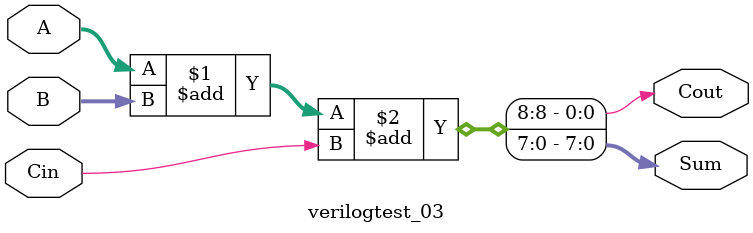
<source format=v>
`timescale 1ns / 1ps


module verilogtest_03 #(parameter N=8)
(input [N-1:0]A,B,
input Cin,
output [N-1:0]Sum,
output Cout);

assign {Cout,Sum}=A+B+Cin;
endmodule

</source>
